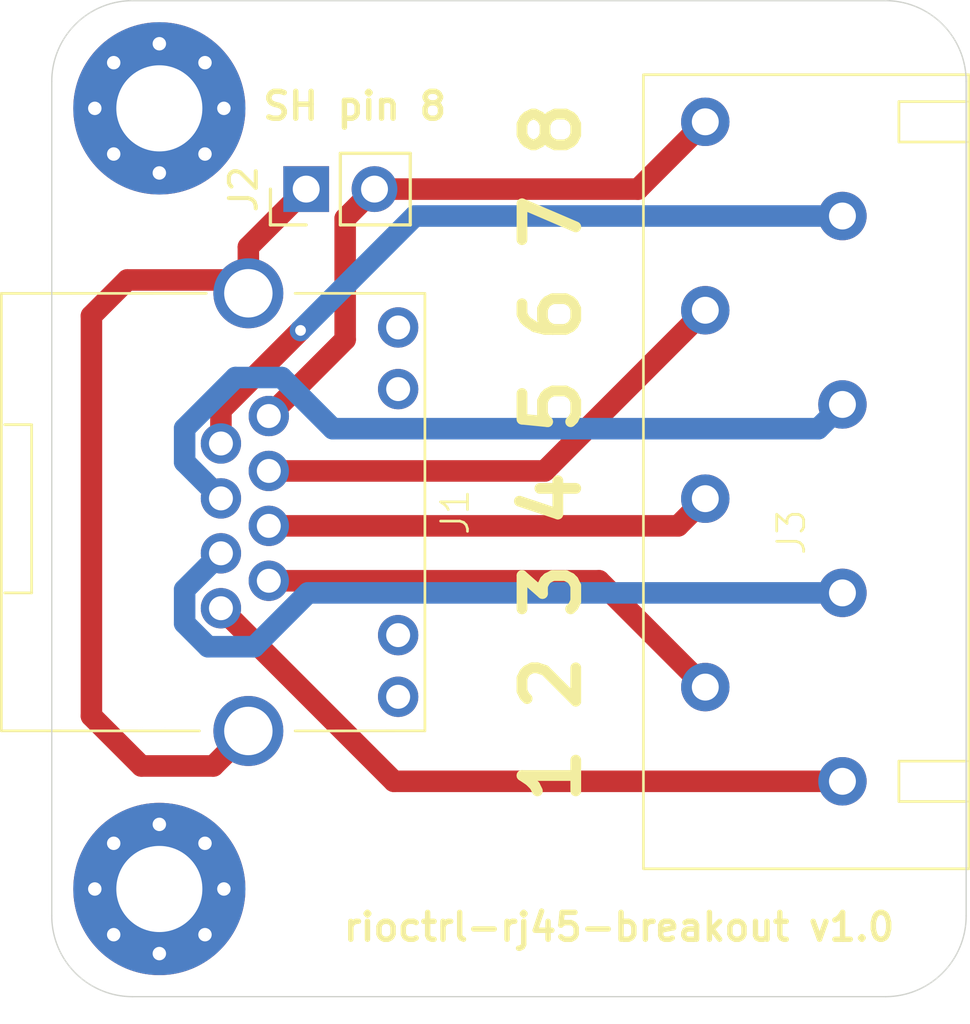
<source format=kicad_pcb>
(kicad_pcb (version 20240108) (generator "pcbnew") (generator_version "8.0")
  (layers (0 "F.Cu" signal) (31 "B.Cu" signal) (34 "B.Paste" user) (35 "F.Paste" user) (36 "B.SilkS" user "B.Silkscreen") (37 "F.SilkS" user "F.Silkscreen") (38 "B.Mask" user) (39 "F.Mask" user) (44 "Edge.Cuts" user))
  (net 0 "")
  (net 19 "GND")
  (net 20 "Net-(J3-Pin_7)")
  (net 22 "Net-(J3-Pin_1)")
  (net 23 "Net-(J3-Pin_2)")
  (net 24 "Net-(J3-Pin_5)")
  (net 25 "Net-(J3-Pin_4)")
  (net 27 "Net-(J2-Pin_1)")
  (net 28 "Net-(J3-Pin_3)")
  (net 31 "Net-(J3-Pin_6)")
  (footprint "hadv-connectors:R-RJ45R08P-C000" (layer "F.Cu") (at 74 108 -90)
    (property "Reference" "J1" (at 0 -9 90) (layer "F.SilkS") (effects (font (thickness 0.1))))
    (property "Value" "RJ45_LED_Shielded")
    (fp_line (start -8.125 7.875) (end -8.128 0.254) (stroke (width 0.1)) (layer "F.SilkS"))
    (fp_line (start 8.125 7.875) (end -8.125 7.875) (stroke (width 0.1)) (layer "F.SilkS"))
    (fp_line (start -3.25 7.75) (end -3.25 6.75) (stroke (width 0.1)) (layer "F.SilkS"))
    (fp_line (start -3.25 6.75) (end 3 6.75) (stroke (width 0.1)) (layer "F.SilkS"))
    (fp_line (start 3 6.75) (end 3 7.75) (stroke (width 0.1)) (layer "F.SilkS"))
    (fp_line (start 8.128 0.508) (end 8.125 7.875) (stroke (width 0.1)) (layer "F.SilkS"))
    (fp_line (start -8.125 -7.875) (end -8.128 -3.048) (stroke (width 0.1)) (layer "F.SilkS"))
    (fp_line (start -8.125 -7.875) (end 8.125 -7.875) (stroke (width 0.1)) (layer "F.SilkS"))
    (fp_line (start 8.125 -7.875) (end 8.128 -3.048) (stroke (width 0.1)) (layer "F.SilkS"))
    (pad "" np_thru_hole circle (at -6.35 2.25 270) (size 3.25 3.25) (drill 3.25) (layers "F&B.Cu" "*.Mask"))
    (pad "" np_thru_hole circle (at 6.35 2.25 270) (size 3.25 3.25) (drill 3.25) (layers "F&B.Cu" "*.Mask"))
    (pad "1" thru_hole circle (at 3.57 -0.29 270) (size 1.5 1.5) (drill 0.89) (layers "*.Cu" "*.Mask") (net 22 "Net-(J3-Pin_1)"))
    (pad "2" thru_hole circle (at 2.55 -2.07 270) (size 1.5 1.5) (drill 0.89) (layers "*.Cu" "*.Mask") (net 23 "Net-(J3-Pin_2)"))
    (pad "3" thru_hole circle (at 1.53 -0.29 270) (size 1.5 1.5) (drill 0.89) (layers "*.Cu" "*.Mask") (net 28 "Net-(J3-Pin_3)"))
    (pad "4" thru_hole circle (at 0.51 -2.07 270) (size 1.5 1.5) (drill 0.89) (layers "*.Cu" "*.Mask") (net 25 "Net-(J3-Pin_4)"))
    (pad "5" thru_hole circle (at -0.51 -0.29 270) (size 1.5 1.5) (drill 0.89) (layers "*.Cu" "*.Mask") (net 24 "Net-(J3-Pin_5)"))
    (pad "6" thru_hole circle (at -1.53 -2.07 270) (size 1.5 1.5) (drill 0.89) (layers "*.Cu" "*.Mask") (net 31 "Net-(J3-Pin_6)"))
    (pad "7" thru_hole circle (at -2.55 -0.29 270) (size 1.5 1.5) (drill 0.89) (layers "*.Cu" "*.Mask") (net 20 "Net-(J3-Pin_7)"))
    (pad "8" thru_hole circle (at -3.57 -2.07 270) (size 1.5 1.5) (drill 0.89) (layers "*.Cu" "*.Mask") (net 19 "GND"))
    (pad "9" thru_hole circle (at 6.86 -6.88 270) (size 1.5 1.5) (drill 0.89) (layers "*.Cu" "*.Mask"))
    (pad "10" thru_hole circle (at 4.57 -6.88 270) (size 1.5 1.5) (drill 0.89) (layers "*.Cu" "*.Mask"))
    (pad "11" thru_hole circle (at -4.57 -6.88 270) (size 1.5 1.5) (drill 0.89) (layers "*.Cu" "*.Mask"))
    (pad "12" thru_hole circle (at -6.86 -6.88 270) (size 1.5 1.5) (drill 0.89) (layers "*.Cu" "*.Mask"))
    (pad "SH" thru_hole circle (at -8.13 -1.31 270) (size 2.6 2.6) (drill 1.8) (layers "*.Cu" "*.Mask") (net 27 "Net-(J2-Pin_1)"))
    (pad "SH" thru_hole circle (at 8.13 -1.31 270) (size 2.6 2.6) (drill 1.8) (layers "*.Cu" "*.Mask") (net 27 "Net-(J2-Pin_1)"))
  )
  (footprint "MountingHole:MountingHole_3.2mm_M3_Pad_Via" (layer "F.Cu") (at 72 93)
    (property "Reference" "H4" (hide yes))
    (property "Value" "MH_3.2mm")
    (pad "1" thru_hole circle (at -2.4 0) (size 0.8 0.8) (drill 0.5) (layers "*.Cu" "*.Mask"))
    (pad "1" thru_hole circle (at -1.697056 -1.697056) (size 0.8 0.8) (drill 0.5) (layers "*.Cu" "*.Mask"))
    (pad "1" thru_hole circle (at -1.697056 1.697056) (size 0.8 0.8) (drill 0.5) (layers "*.Cu" "*.Mask"))
    (pad "1" thru_hole circle (at 0 -2.4) (size 0.8 0.8) (drill 0.5) (layers "*.Cu" "*.Mask"))
    (pad "1" thru_hole circle (at 0 0) (size 6.4 6.4) (drill 3.2) (layers "*.Cu" "*.Mask"))
    (pad "1" thru_hole circle (at 0 2.4) (size 0.8 0.8) (drill 0.5) (layers "*.Cu" "*.Mask"))
    (pad "1" thru_hole circle (at 1.697056 -1.697056) (size 0.8 0.8) (drill 0.5) (layers "*.Cu" "*.Mask"))
    (pad "1" thru_hole circle (at 1.697056 1.697056) (size 0.8 0.8) (drill 0.5) (layers "*.Cu" "*.Mask"))
    (pad "1" thru_hole circle (at 2.4 0) (size 0.8 0.8) (drill 0.5) (layers "*.Cu" "*.Mask"))
  )
  (footprint "Connector_PinHeader_2.54mm:PinHeader_1x02_P2.54mm_Vertical" (layer "F.Cu") (at 77.46 96 90)
    (property "Reference" "J2" (at 0 -2.33 90) (layer "F.SilkS"))
    (property "Value" "Conn_01x02")
    (fp_line (start -1.33 -1.33) (end 0 -1.33) (stroke (width 0.12)) (layer "F.SilkS"))
    (fp_line (start -1.33 0) (end -1.33 -1.33) (stroke (width 0.12)) (layer "F.SilkS"))
    (fp_line (start 1.33 1.27) (end 1.33 3.87) (stroke (width 0.12)) (layer "F.SilkS"))
    (fp_line (start -1.33 1.27) (end 1.33 1.27) (stroke (width 0.12)) (layer "F.SilkS"))
    (fp_line (start -1.33 1.27) (end -1.33 3.87) (stroke (width 0.12)) (layer "F.SilkS"))
    (fp_line (start -1.33 3.87) (end 1.33 3.87) (stroke (width 0.12)) (layer "F.SilkS"))
    (pad "1" thru_hole rect (at 0 0 90) (size 1.7 1.7) (drill 1) (layers "*.Cu" "*.Mask") (net 27 "Net-(J2-Pin_1)"))
    (pad "2" thru_hole oval (at 0 2.54 90) (size 1.7 1.7) (drill 1) (layers "*.Cu" "*.Mask") (net 19 "GND"))
  )
  (footprint "hadv-connectors:MX250-3.5-08P-B" (layer "F.Cu") (at 96 106.5 90)
    (property "Reference" "J3" (at -2.25 -0.5 90) (layer "F.SilkS") (effects (font (thickness 0.1))))
    (property "Value" "TERM-BLK-8H-S")
    (fp_line (start 13.75 3.5) (end 13.75 6) (stroke (width 0.1)) (layer "F.SilkS"))
    (fp_line (start 12.25 3.5) (end 13.75 3.5) (stroke (width 0.1)) (layer "F.SilkS"))
    (fp_line (start -10.75 3.5) (end -10.75 6) (stroke (width 0.1)) (layer "F.SilkS"))
    (fp_line (start -12.25 3.5) (end -10.75 3.5) (stroke (width 0.1)) (layer "F.SilkS"))
    (fp_line (start 12.25 6) (end 12.25 3.5) (stroke (width 0.1)) (layer "F.SilkS"))
    (fp_line (start -12.25 6) (end -12.25 3.5) (stroke (width 0.1)) (layer "F.SilkS"))
    (fp_rect (start -14.75 -6) (end 14.75 6.1) (stroke (width 0.1)) (fill none) (layer "F.SilkS"))
    (pad "1" thru_hole circle (at -11.5 1.4 90) (size 1.8 1.8) (drill 1) (layers "*.Cu" "*.Mask") (net 22 "Net-(J3-Pin_1)"))
    (pad "2" thru_hole circle (at -8 -3.7 90) (size 1.8 1.8) (drill 1) (layers "*.Cu" "*.Mask") (net 23 "Net-(J3-Pin_2)"))
    (pad "3" thru_hole circle (at -4.5 1.4 90) (size 1.8 1.8) (drill 1) (layers "*.Cu" "*.Mask") (net 28 "Net-(J3-Pin_3)"))
    (pad "4" thru_hole circle (at -1 -3.7 90) (size 1.8 1.8) (drill 1) (layers "*.Cu" "*.Mask") (net 25 "Net-(J3-Pin_4)"))
    (pad "5" thru_hole circle (at 2.5 1.4 90) (size 1.8 1.8) (drill 1) (layers "*.Cu" "*.Mask") (net 24 "Net-(J3-Pin_5)"))
    (pad "6" thru_hole circle (at 6 -3.7 90) (size 1.8 1.8) (drill 1) (layers "*.Cu" "*.Mask") (net 31 "Net-(J3-Pin_6)"))
    (pad "7" thru_hole circle (at 9.5 1.4 90) (size 1.8 1.8) (drill 1) (layers "*.Cu" "*.Mask") (net 20 "Net-(J3-Pin_7)"))
    (pad "8" thru_hole circle (at 13 -3.7 90) (size 1.8 1.8) (drill 1) (layers "*.Cu" "*.Mask") (net 19 "GND"))
  )
  (footprint "MountingHole:MountingHole_3.2mm_M3_Pad_Via" (layer "F.Cu") (at 72 122)
    (property "Reference" "H3" (hide yes))
    (property "Value" "MH_3.2mm")
    (pad "1" thru_hole circle (at -2.4 0) (size 0.8 0.8) (drill 0.5) (layers "*.Cu" "*.Mask"))
    (pad "1" thru_hole circle (at -1.697056 -1.697056) (size 0.8 0.8) (drill 0.5) (layers "*.Cu" "*.Mask"))
    (pad "1" thru_hole circle (at -1.697056 1.697056) (size 0.8 0.8) (drill 0.5) (layers "*.Cu" "*.Mask"))
    (pad "1" thru_hole circle (at 0 -2.4) (size 0.8 0.8) (drill 0.5) (layers "*.Cu" "*.Mask"))
    (pad "1" thru_hole circle (at 0 0) (size 6.4 6.4) (drill 3.2) (layers "*.Cu" "*.Mask"))
    (pad "1" thru_hole circle (at 0 2.4) (size 0.8 0.8) (drill 0.5) (layers "*.Cu" "*.Mask"))
    (pad "1" thru_hole circle (at 1.697056 -1.697056) (size 0.8 0.8) (drill 0.5) (layers "*.Cu" "*.Mask"))
    (pad "1" thru_hole circle (at 1.697056 1.697056) (size 0.8 0.8) (drill 0.5) (layers "*.Cu" "*.Mask"))
    (pad "1" thru_hole circle (at 2.4 0) (size 0.8 0.8) (drill 0.5) (layers "*.Cu" "*.Mask"))
  )
  (gr_arc (start 71 126) (mid 68.87868 125.12132) (end 68 123) (stroke (width 0.05)) (layer "Edge.Cuts"))
  (gr_line (start 71 89) (end 99 89) (stroke (width 0.05)) (layer "Edge.Cuts"))
  (gr_line (start 102 92) (end 102 123) (stroke (width 0.05)) (layer "Edge.Cuts"))
  (gr_line (start 99 126) (end 71 126) (stroke (width 0.05)) (layer "Edge.Cuts"))
  (gr_arc (start 102 123) (mid 101.12132 125.12132) (end 99 126) (stroke (width 0.05)) (layer "Edge.Cuts"))
  (gr_line (start 68 123) (end 68 92) (stroke (width 0.05)) (layer "Edge.Cuts"))
  (gr_arc (start 68 92) (mid 68.87868 89.87868) (end 71 89) (stroke (width 0.05)) (layer "Edge.Cuts"))
  (gr_arc (start 99 89) (mid 101.12132 89.87868) (end 102 92) (stroke (width 0.05)) (layer "Edge.Cuts"))
  (gr_text "SH pin 8" (at 75.75 93.5 0) (layer "F.SilkS") (effects (font (size 1 1) (thickness 0.2) (bold yes)) (justify left bottom)))
  (gr_text "1 2 3 4 5 6 7 8" (at 87.75 119 90) (layer "F.SilkS") (effects (font (size 2 2) (thickness 0.4) (bold yes)) (justify left bottom)))
  (gr_text "rioctrl-rj45-breakout v1.0" (at 78.75 124 0) (layer "F.SilkS") (effects (font (size 1 1) (thickness 0.2) (bold yes)) (justify left bottom)))
  (segment (start 76.07 104.43) (end 78.91 101.59) (width 0.8) (layer "F.Cu") (net 19))
  (segment (start 78.91 101.59) (end 78.91 97.09) (width 0.8) (layer "F.Cu") (net 19))
  (segment (start 89.8 96) (end 92.3 93.5) (width 0.8) (layer "F.Cu") (net 19))
  (segment (start 78.91 97.09) (end 80 96) (width 0.8) (layer "F.Cu") (net 19))
  (segment (start 80 96) (end 89.8 96) (width 0.8) (layer "F.Cu") (net 19))
  (segment (start 74.29 105.45) (end 74.29 104.21) (width 0.8) (layer "F.Cu") (net 20))
  (segment (start 74.29 104.21) (end 77.25 101.25) (width 0.8) (layer "F.Cu") (net 20))
  (via (at 77.25 101.25) (size 0.8) (drill 0.4) (layers "F.Cu" "B.Cu") (net 20))
  (segment (start 81.5 97) (end 97.4 97) (width 0.8) (layer "B.Cu") (net 20))
  (segment (start 77.25 101.25) (end 81.5 97) (width 0.8) (layer "B.Cu") (net 20))
  (segment (start 74.29 111.57) (end 80.72 118) (width 0.8) (layer "F.Cu") (net 22))
  (segment (start 80.72 118) (end 97.4 118) (width 0.8) (layer "F.Cu") (net 22))
  (segment (start 76.07 110.55) (end 88.35 110.55) (width 0.8) (layer "F.Cu") (net 23))
  (segment (start 88.35 110.55) (end 92.3 114.5) (width 0.8) (layer "F.Cu") (net 23))
  (segment (start 74.830811 103) (end 72.94 104.890811) (width 0.8) (layer "B.Cu") (net 24))
  (segment (start 97.4 104) (end 96.5 104.9) (width 0.8) (layer "B.Cu") (net 24))
  (segment (start 78.449189 104.9) (end 76.549189 103) (width 0.8) (layer "B.Cu") (net 24))
  (segment (start 72.94 104.890811) (end 72.94 106.14) (width 0.8) (layer "B.Cu") (net 24))
  (segment (start 72.94 106.14) (end 74.29 107.49) (width 0.8) (layer "B.Cu") (net 24))
  (segment (start 76.549189 103) (end 74.830811 103) (width 0.8) (layer "B.Cu") (net 24))
  (segment (start 96.5 104.9) (end 78.449189 104.9) (width 0.8) (layer "B.Cu") (net 24))
  (segment (start 91.29 108.51) (end 92.3 107.5) (width 0.8) (layer "F.Cu") (net 25))
  (segment (start 76.07 108.51) (end 91.29 108.51) (width 0.8) (layer "F.Cu") (net 25))
  (segment (start 74.01 117.43) (end 71.33 117.43) (width 0.8) (layer "F.Cu") (net 27))
  (segment (start 69.475 100.707664) (end 70.807664 99.375) (width 0.8) (layer "F.Cu") (net 27))
  (segment (start 75.31 98.15) (end 77.46 96) (width 0.8) (layer "F.Cu") (net 27))
  (segment (start 74.815 99.375) (end 75.31 99.87) (width 0.8) (layer "F.Cu") (net 27))
  (segment (start 75.31 116.13) (end 74.01 117.43) (width 0.8) (layer "F.Cu") (net 27))
  (segment (start 70.807664 99.375) (end 74.815 99.375) (width 0.8) (layer "F.Cu") (net 27))
  (segment (start 71.33 117.43) (end 69.475 115.575) (width 0.8) (layer "F.Cu") (net 27))
  (segment (start 75.31 99.87) (end 75.31 98.15) (width 0.8) (layer "F.Cu") (net 27))
  (segment (start 69.475 115.575) (end 69.475 100.707664) (width 0.8) (layer "F.Cu") (net 27))
  (segment (start 73.810811 113) (end 72.94 112.129189) (width 0.8) (layer "B.Cu") (net 28))
  (segment (start 72.94 110.88) (end 74.29 109.53) (width 0.8) (layer "B.Cu") (net 28))
  (segment (start 75.529189 113) (end 73.810811 113) (width 0.8) (layer "B.Cu") (net 28))
  (segment (start 77.529189 111) (end 75.529189 113) (width 0.8) (layer "B.Cu") (net 28))
  (segment (start 97.4 111) (end 77.529189 111) (width 0.8) (layer "B.Cu") (net 28))
  (segment (start 72.94 112.129189) (end 72.94 110.88) (width 0.8) (layer "B.Cu") (net 28))
  (segment (start 76.07 106.47) (end 86.33 106.47) (width 0.8) (layer "F.Cu") (net 31))
  (segment (start 86.33 106.47) (end 92.3 100.5) (width 0.8) (layer "F.Cu") (net 31))
)
</source>
